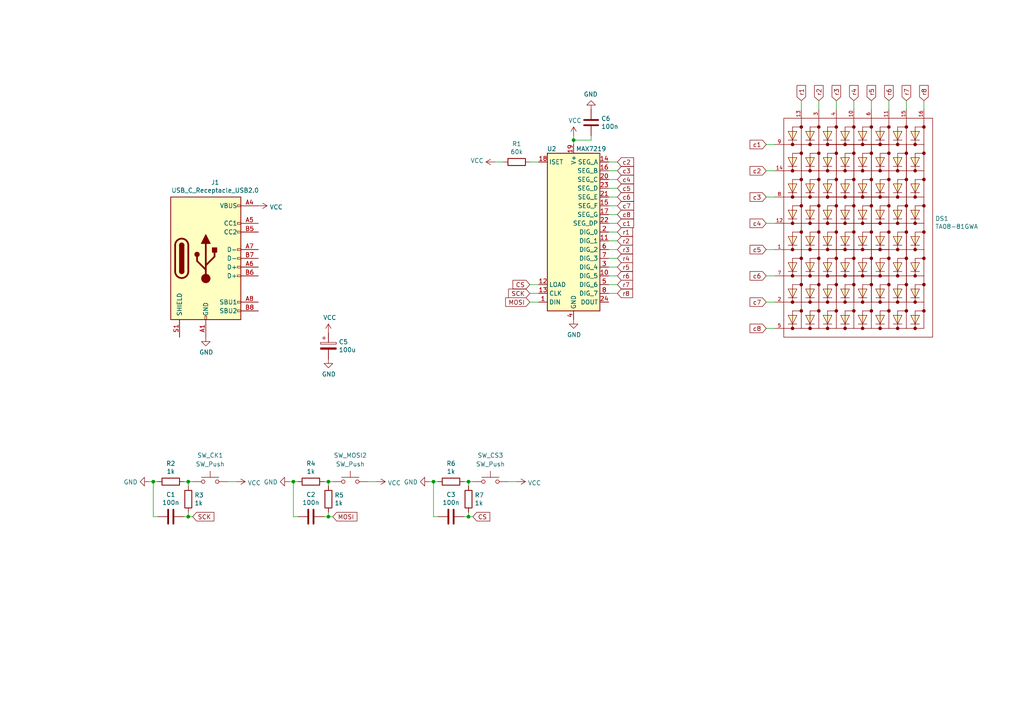
<source format=kicad_sch>
(kicad_sch (version 20211123) (generator eeschema)
  (paper "A4")
  (lib_symbols
    (symbol "Connector:USB_C_Receptacle_USB2.0" (pin_names (offset 1.016))
      (property "Reference" "J" (at -10.16 19.05 0))
      (property "Value" "USB_C_Receptacle_USB2.0" (at 19.05 19.05 0))
      (symbol "USB_C_Receptacle_USB2.0_1_1"
        (pin passive line (at 0 -22.86 90) (length 5.08) (name "GND") (number "A1"))
        (pin passive line (at 0 -22.86 90) (length 5.08) hide (name "GND") (number "A12"))
        (pin passive line (at 15.24 15.24 180) (length 5.08) (name "VBUS") (number "A4"))
        (pin bidirectional line (at 15.24 10.16 180) (length 5.08) (name "CC1") (number "A5"))
        (pin bidirectional line (at 15.24 -2.54 180) (length 5.08) (name "D+") (number "A6"))
        (pin bidirectional line (at 15.24 2.54 180) (length 5.08) (name "D-") (number "A7"))
        (pin bidirectional line (at 15.24 -12.7 180) (length 5.08) (name "SBU1") (number "A8"))
        (pin passive line (at 15.24 15.24 180) (length 5.08) hide (name "VBUS") (number "A9"))
        (pin passive line (at 0 -22.86 90) (length 5.08) hide (name "GND") (number "B1"))
        (pin passive line (at 0 -22.86 90) (length 5.08) hide (name "GND") (number "B12"))
        (pin passive line (at 15.24 15.24 180) (length 5.08) hide (name "VBUS") (number "B4"))
        (pin bidirectional line (at 15.24 7.62 180) (length 5.08) (name "CC2") (number "B5"))
        (pin bidirectional line (at 15.24 -5.08 180) (length 5.08) (name "D+") (number "B6"))
        (pin bidirectional line (at 15.24 0 180) (length 5.08) (name "D-") (number "B7"))
        (pin bidirectional line (at 15.24 -15.24 180) (length 5.08) (name "SBU2") (number "B8"))
        (pin passive line (at 15.24 15.24 180) (length 5.08) hide (name "VBUS") (number "B9"))
        (pin passive line (at -7.62 -22.86 90) (length 5.08) (name "SHIELD") (number "S1"))
      )
    )
    (symbol "Device:C" (pin_numbers hide) (pin_names (offset 0.254))
      (property "Reference" "C" (at 0.635 2.54 0))
      (property "Value" "C" (at 0.635 -2.54 0))
      (symbol "C_1_1"
        (pin passive line (at 0 3.81 270) (length 2.794) (name "~") (number "1"))
        (pin passive line (at 0 -3.81 90) (length 2.794) (name "~") (number "2"))
      )
    )
    (symbol "Device:CP" (pin_numbers hide) (pin_names (offset 0.254))
      (property "Reference" "C" (at 0.635 2.54 0))
      (property "Value" "Device_CP" (at 0.635 -2.54 0))
      (symbol "CP_1_1"
        (pin passive line (at 0 3.81 270) (length 2.794) (name "~") (number "1"))
        (pin passive line (at 0 -3.81 90) (length 2.794) (name "~") (number "2"))
      )
    )
    (symbol "Device:R" (pin_numbers hide) (pin_names (offset 0))
      (property "Reference" "R" (at 2.032 0 90))
      (property "Value" "R" (at 0 0 90))
      (symbol "R_1_1"
        (pin passive line (at 0 3.81 270) (length 1.27) (name "~") (number "1"))
        (pin passive line (at 0 -3.81 90) (length 1.27) (name "~") (number "2"))
      )
    )
    (symbol "Driver_LED:MAX7219"
      (property "Reference" "U" (at -6.35 24.13 0))
      (property "Value" "MAX7219" (at 1.27 25.4 0))
      (symbol "MAX7219_1_1"
        (pin input line (at -10.16 -20.32 0) (length 2.54) (name "DIN") (number "1"))
        (pin output line (at 10.16 -12.7 180) (length 2.54) (name "DIG_5") (number "10"))
        (pin output line (at 10.16 -2.54 180) (length 2.54) (name "DIG_1") (number "11"))
        (pin input line (at -10.16 -15.24 0) (length 2.54) (name "LOAD") (number "12"))
        (pin input line (at -10.16 -17.78 0) (length 2.54) (name "CLK") (number "13"))
        (pin output line (at 10.16 20.32 180) (length 2.54) (name "SEG_A") (number "14"))
        (pin output line (at 10.16 7.62 180) (length 2.54) (name "SEG_F") (number "15"))
        (pin output line (at 10.16 17.78 180) (length 2.54) (name "SEG_B") (number "16"))
        (pin output line (at 10.16 5.08 180) (length 2.54) (name "SEG_G") (number "17"))
        (pin input line (at -10.16 20.32 0) (length 2.54) (name "ISET") (number "18"))
        (pin power_in line (at 0 25.4 270) (length 2.54) (name "V+") (number "19"))
        (pin output line (at 10.16 0 180) (length 2.54) (name "DIG_0") (number "2"))
        (pin output line (at 10.16 15.24 180) (length 2.54) (name "SEG_C") (number "20"))
        (pin output line (at 10.16 10.16 180) (length 2.54) (name "SEG_E") (number "21"))
        (pin output line (at 10.16 2.54 180) (length 2.54) (name "SEG_DP") (number "22"))
        (pin output line (at 10.16 12.7 180) (length 2.54) (name "SEG_D") (number "23"))
        (pin output line (at 10.16 -20.32 180) (length 2.54) (name "DOUT") (number "24"))
        (pin output line (at 10.16 -10.16 180) (length 2.54) (name "DIG_4") (number "3"))
        (pin power_in line (at 0 -25.4 90) (length 2.54) (name "GND") (number "4"))
        (pin output line (at 10.16 -15.24 180) (length 2.54) (name "DIG_6") (number "5"))
        (pin output line (at 10.16 -5.08 180) (length 2.54) (name "DIG_2") (number "6"))
        (pin output line (at 10.16 -7.62 180) (length 2.54) (name "DIG_3") (number "7"))
        (pin output line (at 10.16 -17.78 180) (length 2.54) (name "DIG_7") (number "8"))
        (pin passive line (at 0 -25.4 90) (length 2.54) hide (name "GND") (number "9"))
      )
    )
    (symbol "Switch:SW_Push" (pin_numbers hide) (pin_names (offset 1.016) hide)
      (property "Reference" "SW" (at 1.27 2.54 0))
      (property "Value" "SW_Push" (at 0 -1.524 0))
      (symbol "SW_Push_0_1"
        (pin passive line (at -5.08 0 0) (length 2.54) (name "1") (number "1"))
        (pin passive line (at 5.08 0 180) (length 2.54) (name "2") (number "2"))
      )
    )
    (symbol "personal:TA08-81GWA" (pin_names (offset 1.016) hide)
      (property "Reference" "DS" (at -20.32 38.1 0))
      (property "Value" "personal_TA08-81GWA" (at -20.32 -38.1 0))
      (symbol "TA08-81GWA_0_0"
        (pin passive line (at -22.86 -7.62 0) (length 2.54) (name "~") (number "1"))
        (pin passive line (at 0 33.02 270) (length 2.54) (name "~") (number "10"))
        (pin passive line (at 10.16 33.02 270) (length 2.54) (name "~") (number "11"))
        (pin passive line (at -22.86 0 0) (length 2.54) (name "~") (number "12"))
        (pin passive line (at -15.24 33.02 270) (length 2.54) (name "~") (number "13"))
        (pin passive line (at -22.86 15.24 0) (length 2.54) (name "~") (number "14"))
        (pin passive line (at 15.24 33.02 270) (length 2.54) (name "~") (number "15"))
        (pin passive line (at 20.32 33.02 270) (length 2.54) (name "~") (number "16"))
        (pin passive line (at -22.86 -22.86 0) (length 2.54) (name "~") (number "2"))
        (pin passive line (at -10.16 33.02 270) (length 2.54) (name "~") (number "3"))
        (pin passive line (at -5.08 33.02 270) (length 2.54) (name "~") (number "4"))
        (pin passive line (at -22.86 -30.48 0) (length 2.54) (name "~") (number "5"))
        (pin passive line (at 5.08 33.02 270) (length 2.54) (name "~") (number "6"))
        (pin passive line (at -22.86 -15.24 0) (length 2.54) (name "~") (number "7"))
        (pin passive line (at -22.86 7.62 0) (length 2.54) (name "~") (number "8"))
        (pin passive line (at -22.86 22.86 0) (length 2.54) (name "~") (number "9"))
      )
    )
    (symbol "power:GND" (power) (pin_names (offset 0))
      (property "Value" "GND" (at 0 -3.81 0))
      (symbol "GND_1_1"
        (pin power_in line (at 0 0 270) (length 0) hide (name "GND") (number "1"))
      )
    )
    (symbol "power:VCC" (power) (pin_names (offset 0))
      (property "Value" "VCC" (at 0 3.81 0))
      (symbol "VCC_1_1"
        (pin power_in line (at 0 0 90) (length 0) hide (name "VCC") (number "1"))
      )
    )
  )
  (junction (at 44.45 139.7))
  (junction (at 166.37 40.64))
  (junction (at 125.73 139.7))
  (junction (at 135.89 139.7))
  (junction (at 135.89 149.86))
  (junction (at 95.25 149.86))
  (junction (at 54.61 149.86))
  (junction (at 54.61 139.7))
  (junction (at 95.25 139.7))
  (junction (at 85.09 139.7))
  (wire (pts (xy 93.98 139.7) (xy 95.25 139.7)))
  (wire (pts (xy 135.89 148.59) (xy 135.89 149.86)))
  (wire (pts (xy 137.16 149.86) (xy 135.89 149.86)))
  (wire (pts (xy 222.25 41.91) (xy 224.79 41.91)))
  (wire (pts (xy 153.67 87.63) (xy 156.21 87.63)))
  (wire (pts (xy 179.07 57.15) (xy 176.53 57.15)))
  (wire (pts (xy 166.37 41.91) (xy 166.37 40.64)))
  (wire (pts (xy 125.73 139.7) (xy 124.46 139.7)))
  (wire (pts (xy 54.61 139.7) (xy 55.88 139.7)))
  (wire (pts (xy 179.07 52.07) (xy 176.53 52.07)))
  (wire (pts (xy 166.37 40.64) (xy 171.45 40.64)))
  (wire (pts (xy 237.49 29.21) (xy 237.49 31.75)))
  (wire (pts (xy 66.04 139.7) (xy 68.58 139.7)))
  (wire (pts (xy 166.37 40.64) (xy 166.37 39.37)))
  (wire (pts (xy 179.07 74.93) (xy 176.53 74.93)))
  (wire (pts (xy 232.41 29.21) (xy 232.41 31.75)))
  (wire (pts (xy 96.52 149.86) (xy 95.25 149.86)))
  (wire (pts (xy 222.25 80.01) (xy 224.79 80.01)))
  (wire (pts (xy 179.07 85.09) (xy 176.53 85.09)))
  (wire (pts (xy 95.25 149.86) (xy 93.98 149.86)))
  (wire (pts (xy 222.25 49.53) (xy 224.79 49.53)))
  (wire (pts (xy 54.61 139.7) (xy 54.61 140.97)))
  (wire (pts (xy 45.72 139.7) (xy 44.45 139.7)))
  (wire (pts (xy 179.07 80.01) (xy 176.53 80.01)))
  (wire (pts (xy 45.72 149.86) (xy 44.45 149.86)))
  (wire (pts (xy 95.25 139.7) (xy 96.52 139.7)))
  (wire (pts (xy 222.25 72.39) (xy 224.79 72.39)))
  (wire (pts (xy 95.25 148.59) (xy 95.25 149.86)))
  (wire (pts (xy 222.25 87.63) (xy 224.79 87.63)))
  (wire (pts (xy 153.67 82.55) (xy 156.21 82.55)))
  (wire (pts (xy 179.07 59.69) (xy 176.53 59.69)))
  (wire (pts (xy 44.45 149.86) (xy 44.45 139.7)))
  (wire (pts (xy 179.07 49.53) (xy 176.53 49.53)))
  (wire (pts (xy 44.45 139.7) (xy 43.18 139.7)))
  (wire (pts (xy 262.89 29.21) (xy 262.89 31.75)))
  (wire (pts (xy 85.09 139.7) (xy 83.82 139.7)))
  (wire (pts (xy 179.07 77.47) (xy 176.53 77.47)))
  (wire (pts (xy 55.88 149.86) (xy 54.61 149.86)))
  (wire (pts (xy 179.07 64.77) (xy 176.53 64.77)))
  (wire (pts (xy 127 149.86) (xy 125.73 149.86)))
  (wire (pts (xy 153.67 85.09) (xy 156.21 85.09)))
  (wire (pts (xy 222.25 57.15) (xy 224.79 57.15)))
  (wire (pts (xy 134.62 139.7) (xy 135.89 139.7)))
  (wire (pts (xy 179.07 82.55) (xy 176.53 82.55)))
  (wire (pts (xy 153.67 46.99) (xy 156.21 46.99)))
  (wire (pts (xy 95.25 139.7) (xy 95.25 140.97)))
  (wire (pts (xy 85.09 149.86) (xy 85.09 139.7)))
  (wire (pts (xy 179.07 46.99) (xy 176.53 46.99)))
  (wire (pts (xy 179.07 62.23) (xy 176.53 62.23)))
  (wire (pts (xy 135.89 139.7) (xy 137.16 139.7)))
  (wire (pts (xy 179.07 67.31) (xy 176.53 67.31)))
  (wire (pts (xy 54.61 149.86) (xy 53.34 149.86)))
  (wire (pts (xy 54.61 148.59) (xy 54.61 149.86)))
  (wire (pts (xy 179.07 54.61) (xy 176.53 54.61)))
  (wire (pts (xy 222.25 64.77) (xy 224.79 64.77)))
  (wire (pts (xy 247.65 29.21) (xy 247.65 31.75)))
  (wire (pts (xy 179.07 72.39) (xy 176.53 72.39)))
  (wire (pts (xy 179.07 69.85) (xy 176.53 69.85)))
  (wire (pts (xy 127 139.7) (xy 125.73 139.7)))
  (wire (pts (xy 252.73 29.21) (xy 252.73 31.75)))
  (wire (pts (xy 135.89 139.7) (xy 135.89 140.97)))
  (wire (pts (xy 106.68 139.7) (xy 109.22 139.7)))
  (wire (pts (xy 53.34 139.7) (xy 54.61 139.7)))
  (wire (pts (xy 267.97 29.21) (xy 267.97 31.75)))
  (wire (pts (xy 143.51 46.99) (xy 146.05 46.99)))
  (wire (pts (xy 135.89 149.86) (xy 134.62 149.86)))
  (wire (pts (xy 222.25 95.25) (xy 224.79 95.25)))
  (wire (pts (xy 86.36 149.86) (xy 85.09 149.86)))
  (wire (pts (xy 171.45 40.64) (xy 171.45 39.37)))
  (wire (pts (xy 242.57 29.21) (xy 242.57 31.75)))
  (wire (pts (xy 86.36 139.7) (xy 85.09 139.7)))
  (wire (pts (xy 257.81 29.21) (xy 257.81 31.75)))
  (wire (pts (xy 125.73 149.86) (xy 125.73 139.7)))
  (wire (pts (xy 147.32 139.7) (xy 149.86 139.7)))
  (global_label "c5" (shape input) (at 222.25 72.39 180) (property "Intersheet References" "${INTERSHEET_REFS}" (effects hide)))
  (global_label "MOSI" (shape input) (at 153.67 87.63 180) (property "Intersheet References" "${INTERSHEET_REFS}" (effects hide)))
  (global_label "r4" (shape input) (at 247.65 29.21 90) (property "Intersheet References" "${INTERSHEET_REFS}" (effects hide)))
  (global_label "MOSI" (shape input) (at 96.52 149.86 0) (property "Intersheet References" "${INTERSHEET_REFS}" (effects hide)))
  (global_label "c6" (shape input) (at 179.07 57.15 0) (property "Intersheet References" "${INTERSHEET_REFS}" (effects hide)))
  (global_label "c2" (shape input) (at 222.25 49.53 180) (property "Intersheet References" "${INTERSHEET_REFS}" (effects hide)))
  (global_label "c6" (shape input) (at 222.25 80.01 180) (property "Intersheet References" "${INTERSHEET_REFS}" (effects hide)))
  (global_label "r2" (shape input) (at 237.49 29.21 90) (property "Intersheet References" "${INTERSHEET_REFS}" (effects hide)))
  (global_label "r8" (shape input) (at 179.07 85.09 0) (property "Intersheet References" "${INTERSHEET_REFS}" (effects hide)))
  (global_label "r6" (shape input) (at 179.07 80.01 0) (property "Intersheet References" "${INTERSHEET_REFS}" (effects hide)))
  (global_label "c1" (shape input) (at 179.07 64.77 0) (property "Intersheet References" "${INTERSHEET_REFS}" (effects hide)))
  (global_label "c4" (shape input) (at 222.25 64.77 180) (property "Intersheet References" "${INTERSHEET_REFS}" (effects hide)))
  (global_label "CS" (shape input) (at 137.16 149.86 0) (property "Intersheet References" "${INTERSHEET_REFS}" (effects hide)))
  (global_label "c8" (shape input) (at 179.07 62.23 0) (property "Intersheet References" "${INTERSHEET_REFS}" (effects hide)))
  (global_label "c8" (shape input) (at 222.25 95.25 180) (property "Intersheet References" "${INTERSHEET_REFS}" (effects hide)))
  (global_label "r3" (shape input) (at 179.07 72.39 0) (property "Intersheet References" "${INTERSHEET_REFS}" (effects hide)))
  (global_label "r5" (shape input) (at 179.07 77.47 0) (property "Intersheet References" "${INTERSHEET_REFS}" (effects hide)))
  (global_label "r4" (shape input) (at 179.07 74.93 0) (property "Intersheet References" "${INTERSHEET_REFS}" (effects hide)))
  (global_label "c3" (shape input) (at 179.07 49.53 0) (property "Intersheet References" "${INTERSHEET_REFS}" (effects hide)))
  (global_label "c7" (shape input) (at 222.25 87.63 180) (property "Intersheet References" "${INTERSHEET_REFS}" (effects hide)))
  (global_label "r2" (shape input) (at 179.07 69.85 0) (property "Intersheet References" "${INTERSHEET_REFS}" (effects hide)))
  (global_label "c3" (shape input) (at 222.25 57.15 180) (property "Intersheet References" "${INTERSHEET_REFS}" (effects hide)))
  (global_label "SCK" (shape input) (at 55.88 149.86 0) (property "Intersheet References" "${INTERSHEET_REFS}" (effects hide)))
  (global_label "r6" (shape input) (at 257.81 29.21 90) (property "Intersheet References" "${INTERSHEET_REFS}" (effects hide)))
  (global_label "c4" (shape input) (at 179.07 52.07 0) (property "Intersheet References" "${INTERSHEET_REFS}" (effects hide)))
  (global_label "c7" (shape input) (at 179.07 59.69 0) (property "Intersheet References" "${INTERSHEET_REFS}" (effects hide)))
  (global_label "r8" (shape input) (at 267.97 29.21 90) (property "Intersheet References" "${INTERSHEET_REFS}" (effects hide)))
  (global_label "r7" (shape input) (at 262.89 29.21 90) (property "Intersheet References" "${INTERSHEET_REFS}" (effects hide)))
  (global_label "r1" (shape input) (at 232.41 29.21 90) (property "Intersheet References" "${INTERSHEET_REFS}" (effects hide)))
  (global_label "r7" (shape input) (at 179.07 82.55 0) (property "Intersheet References" "${INTERSHEET_REFS}" (effects hide)))
  (global_label "c2" (shape input) (at 179.07 46.99 0) (property "Intersheet References" "${INTERSHEET_REFS}" (effects hide)))
  (global_label "c1" (shape input) (at 222.25 41.91 180) (property "Intersheet References" "${INTERSHEET_REFS}" (effects hide)))
  (global_label "SCK" (shape input) (at 153.67 85.09 180) (property "Intersheet References" "${INTERSHEET_REFS}" (effects hide)))
  (global_label "CS" (shape input) (at 153.67 82.55 180) (property "Intersheet References" "${INTERSHEET_REFS}" (effects hide)))
  (global_label "r5" (shape input) (at 252.73 29.21 90) (property "Intersheet References" "${INTERSHEET_REFS}" (effects hide)))
  (global_label "r1" (shape input) (at 179.07 67.31 0) (property "Intersheet References" "${INTERSHEET_REFS}" (effects hide)))
  (global_label "c5" (shape input) (at 179.07 54.61 0) (property "Intersheet References" "${INTERSHEET_REFS}" (effects hide)))
  (global_label "r3" (shape input) (at 242.57 29.21 90) (property "Intersheet References" "${INTERSHEET_REFS}" (effects hide)))
  (symbol (lib_id "Driver_LED:MAX7219") (at 166.37 67.31 0) (unit 1)
    (property "Reference" "U2" (at 160.02 43.18 0))
    (property "Value" "MAX7219" (at 171.45 43.18 0))
    (property "Footprint" "Package_SO:SOP-24_7.5x15.4mm_P1.27mm" (effects hide))
    (property "Datasheet" "https://datasheets.maximintegrated.com/en/ds/MAX7219-MAX7221.pdf" (effects hide))
  )
  (symbol (lib_id "personal:TA08-81GWA") (at 247.65 64.77 0) (unit 1)
    (property "Reference" "DS1" (at 271.2212 63.3984 0) (effects (justify left)))
    (property "Value" "TA08-81GWA" (at 271.2212 65.7098 0) (effects (justify left)))
    (property "Footprint" "personal:8x8_1.25_dot_matrix" (effects hide))
    (property "MAXIMUM_PACKAGE_HEIGHT" "6.0mm" (effects hide))
    (property "STANDARD" "Manufacturer recommendations" (effects hide))
    (property "MANUFACTURER" "Kingbright" (effects hide))
    (property "PARTREV" "V.11A" (effects hide))
  )
  (symbol (lib_id "power:GND") (at 166.37 92.71 0) (unit 1)
    (property "Reference" "#PWR06" (effects hide))
    (property "Value" "GND" (at 166.497 97.1042 0))
  )
  (symbol (lib_id "power:VCC") (at 166.37 39.37 0) (unit 1)
    (property "Reference" "#PWR05" (effects hide))
    (property "Value" "VCC" (at 166.751 34.9758 0))
  )
  (symbol (lib_id "Device:C") (at 171.45 35.56 0) (unit 1)
    (property "Reference" "C6" (at 174.371 34.3916 0) (effects (justify left)))
    (property "Value" "100n" (at 174.371 36.703 0) (effects (justify left)))
    (property "Footprint" "Capacitor_SMD:C_0603_1608Metric_Pad1.08x0.95mm_HandSolder" (effects hide))
  )
  (symbol (lib_id "power:GND") (at 171.45 31.75 180) (unit 1)
    (property "Reference" "#PWR017" (effects hide))
    (property "Value" "GND" (at 171.323 27.3558 0))
  )
  (symbol (lib_id "Device:R") (at 149.86 46.99 270) (unit 1)
    (property "Reference" "R1" (at 149.86 41.7322 90))
    (property "Value" "60k" (at 149.86 44.0436 90))
    (property "Footprint" "Resistor_SMD:R_0603_1608Metric_Pad0.98x0.95mm_HandSolder" (effects hide))
  )
  (symbol (lib_id "power:VCC") (at 143.51 46.99 90) (unit 1)
    (property "Reference" "#PWR07" (effects hide))
    (property "Value" "VCC" (at 140.2842 46.609 90) (effects (justify left)))
  )
  (symbol (lib_id "Device:CP") (at 95.25 100.33 0) (unit 1)
    (property "Reference" "C5" (at 98.2472 99.1616 0) (effects (justify left)))
    (property "Value" "100u" (at 98.2472 101.473 0) (effects (justify left)))
    (property "Footprint" "Capacitor_Tantalum_SMD:CP_EIA-7343-43_Kemet-X_Pad2.25x2.55mm_HandSolder" (effects hide))
  )
  (symbol (lib_id "power:VCC") (at 95.25 96.52 0) (unit 1)
    (property "Reference" "#PWR015" (effects hide))
    (property "Value" "VCC" (at 95.631 92.1258 0))
  )
  (symbol (lib_id "power:GND") (at 95.25 104.14 0) (unit 1)
    (property "Reference" "#PWR016" (effects hide))
    (property "Value" "GND" (at 95.377 108.5342 0))
  )
  (symbol (lib_id "power:GND") (at 59.69 97.79 0) (unit 1)
    (property "Reference" "#PWR018" (effects hide))
    (property "Value" "GND" (at 59.817 102.1842 0))
  )
  (symbol (lib_id "power:VCC") (at 74.93 59.69 270) (unit 1)
    (property "Reference" "#PWR019" (effects hide))
    (property "Value" "VCC" (at 78.1812 60.071 90) (effects (justify left)))
  )
  (symbol (lib_id "Switch:SW_Push") (at 60.96 139.7 0) (unit 1)
    (property "Reference" "SW_CK1" (at 60.96 132.08 0))
    (property "Value" "SW_Push" (at 60.96 134.62 0))
    (property "Footprint" "Button_Switch_SMD:SW_Push_1P1T_NO_CK_PTS125Sx43PSMTR" (effects hide))
    (property "Datasheet" "http://www.apem.com/int/index.php?controller=attachment&id_attachment=1371" (effects hide))
  )
  (symbol (lib_id "power:VCC") (at 68.58 139.7 270) (unit 1)
    (property "Reference" "#PWR09" (effects hide))
    (property "Value" "VCC" (at 71.8058 140.081 90) (effects (justify left)))
  )
  (symbol (lib_id "Device:R") (at 49.53 139.7 270) (unit 1)
    (property "Reference" "R2" (at 49.53 134.4422 90))
    (property "Value" "1k" (at 49.53 136.7536 90))
    (property "Footprint" "Resistor_SMD:R_0603_1608Metric_Pad0.98x0.95mm_HandSolder" (effects hide))
  )
  (symbol (lib_id "power:GND") (at 43.18 139.7 270) (unit 1)
    (property "Reference" "#PWR08" (effects hide))
    (property "Value" "GND" (at 39.9288 139.827 90) (effects (justify right)))
  )
  (symbol (lib_id "Device:R") (at 54.61 144.78 0) (unit 1)
    (property "Reference" "R3" (at 56.388 143.6116 0) (effects (justify left)))
    (property "Value" "1k" (at 56.388 145.923 0) (effects (justify left)))
    (property "Footprint" "Resistor_SMD:R_0603_1608Metric_Pad0.98x0.95mm_HandSolder" (effects hide))
  )
  (symbol (lib_id "Device:C") (at 49.53 149.86 270) (unit 1)
    (property "Reference" "C1" (at 49.53 143.4592 90))
    (property "Value" "100n" (at 49.53 145.7706 90))
    (property "Footprint" "Capacitor_SMD:C_0603_1608Metric_Pad1.08x0.95mm_HandSolder" (effects hide))
  )
  (symbol (lib_id "Switch:SW_Push") (at 101.6 139.7 0) (unit 1)
    (property "Reference" "SW_MOSI2" (at 101.6 132.08 0))
    (property "Value" "SW_Push" (at 101.6 134.62 0))
    (property "Footprint" "Button_Switch_SMD:SW_Push_1P1T_NO_CK_PTS125Sx43PSMTR" (effects hide))
    (property "Datasheet" "http://www.apem.com/int/index.php?controller=attachment&id_attachment=1371" (effects hide))
  )
  (symbol (lib_id "power:VCC") (at 109.22 139.7 270) (unit 1)
    (property "Reference" "#PWR011" (effects hide))
    (property "Value" "VCC" (at 112.4458 140.081 90) (effects (justify left)))
  )
  (symbol (lib_id "Device:R") (at 90.17 139.7 270) (unit 1)
    (property "Reference" "R4" (at 90.17 134.4422 90))
    (property "Value" "1k" (at 90.17 136.7536 90))
    (property "Footprint" "Resistor_SMD:R_0603_1608Metric_Pad0.98x0.95mm_HandSolder" (effects hide))
  )
  (symbol (lib_id "power:GND") (at 83.82 139.7 270) (unit 1)
    (property "Reference" "#PWR010" (effects hide))
    (property "Value" "GND" (at 80.5688 139.827 90) (effects (justify right)))
  )
  (symbol (lib_id "Device:R") (at 95.25 144.78 0) (unit 1)
    (property "Reference" "R5" (at 97.028 143.6116 0) (effects (justify left)))
    (property "Value" "1k" (at 97.028 145.923 0) (effects (justify left)))
    (property "Footprint" "Resistor_SMD:R_0603_1608Metric_Pad0.98x0.95mm_HandSolder" (effects hide))
  )
  (symbol (lib_id "Device:C") (at 90.17 149.86 270) (unit 1)
    (property "Reference" "C2" (at 90.17 143.4592 90))
    (property "Value" "100n" (at 90.17 145.7706 90))
    (property "Footprint" "Capacitor_SMD:C_0603_1608Metric_Pad1.08x0.95mm_HandSolder" (effects hide))
  )
  (symbol (lib_id "Switch:SW_Push") (at 142.24 139.7 0) (unit 1)
    (property "Reference" "SW_CS3" (at 142.24 132.08 0))
    (property "Value" "SW_Push" (at 142.24 134.62 0))
    (property "Footprint" "Button_Switch_SMD:SW_Push_1P1T_NO_CK_PTS125Sx43PSMTR" (effects hide))
    (property "Datasheet" "http://www.apem.com/int/index.php?controller=attachment&id_attachment=1371" (effects hide))
  )
  (symbol (lib_id "power:VCC") (at 149.86 139.7 270) (unit 1)
    (property "Reference" "#PWR013" (effects hide))
    (property "Value" "VCC" (at 153.0858 140.081 90) (effects (justify left)))
  )
  (symbol (lib_id "Device:R") (at 130.81 139.7 270) (unit 1)
    (property "Reference" "R6" (at 130.81 134.4422 90))
    (property "Value" "1k" (at 130.81 136.7536 90))
    (property "Footprint" "Resistor_SMD:R_0603_1608Metric_Pad0.98x0.95mm_HandSolder" (effects hide))
  )
  (symbol (lib_id "power:GND") (at 124.46 139.7 270) (unit 1)
    (property "Reference" "#PWR012" (effects hide))
    (property "Value" "GND" (at 121.2088 139.827 90) (effects (justify right)))
  )
  (symbol (lib_id "Device:R") (at 135.89 144.78 0) (unit 1)
    (property "Reference" "R7" (at 137.668 143.6116 0) (effects (justify left)))
    (property "Value" "1k" (at 137.668 145.923 0) (effects (justify left)))
    (property "Footprint" "Resistor_SMD:R_0603_1608Metric_Pad0.98x0.95mm_HandSolder" (effects hide))
  )
  (symbol (lib_id "Device:C") (at 130.81 149.86 270) (unit 1)
    (property "Reference" "C3" (at 130.81 143.4592 90))
    (property "Value" "100n" (at 130.81 145.7706 90))
    (property "Footprint" "Capacitor_SMD:C_0603_1608Metric_Pad1.08x0.95mm_HandSolder" (effects hide))
  )
  (symbol (lib_id "Connector:USB_C_Receptacle_USB2.0") (at 59.69 74.93 0) (unit 1)
    (property "Reference" "J1" (at 62.4078 52.9082 0))
    (property "Value" "USB_C_Receptacle_USB2.0" (at 62.4078 55.2196 0))
    (property "Footprint" "personal:GCT_USB4125-GF-A_REVA2" (effects hide))
    (property "Datasheet" "https://www.usb.org/sites/default/files/documents/usb_type-c.zip" (effects hide))
  )
)
</source>
